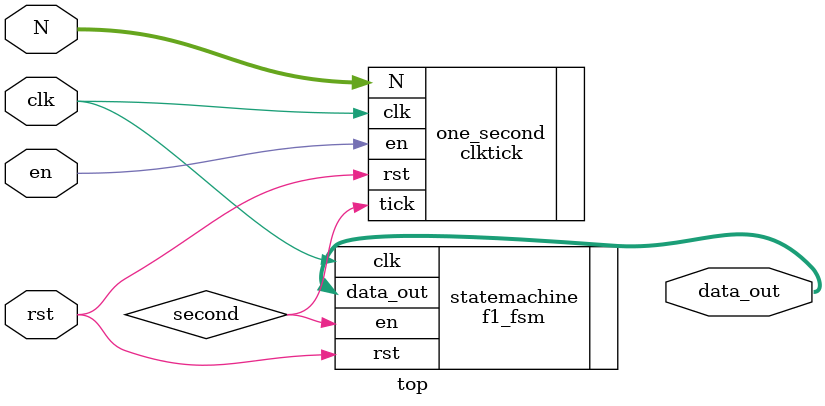
<source format=sv>
module top #(
    parameter WIDTH = 16
)(
  input  logic             clk,      // clock 
  input  logic             rst,      // reset
  input  logic             en,       // enable signal
  input  logic [WIDTH-1:0] N, 
  output logic [7:0] data_out
);

logic second;

clktick one_second(
    .clk(clk),
    .rst(rst),
    .en(en),
    .N(N),
    .tick(second)
);

f1_fsm statemachine (
    .clk(clk),
    .rst(rst),
    .en(second),
    .data_out(data_out)
);

endmodule

</source>
